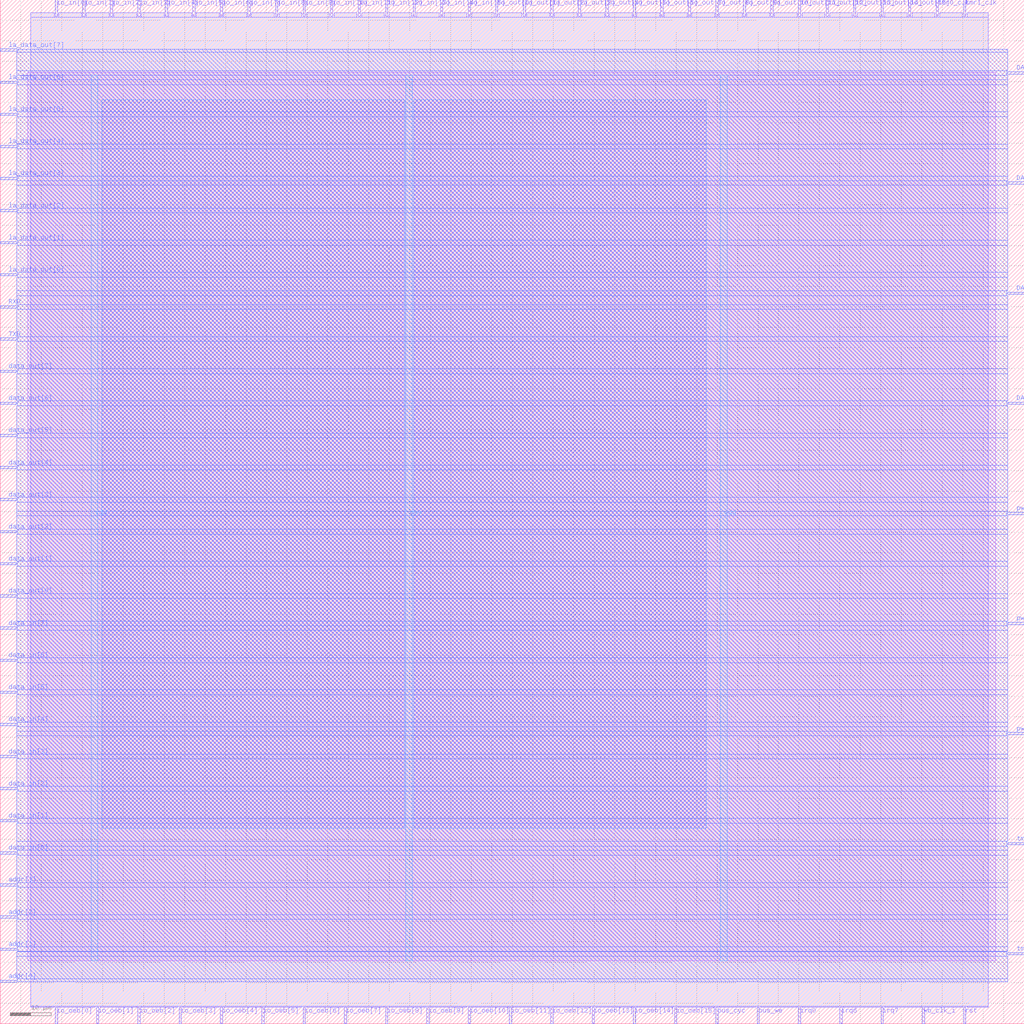
<source format=lef>
VERSION 5.7 ;
  NOWIREEXTENSIONATPIN ON ;
  DIVIDERCHAR "/" ;
  BUSBITCHARS "[]" ;
MACRO gpios
  CLASS BLOCK ;
  FOREIGN gpios ;
  ORIGIN 0.000 0.000 ;
  SIZE 250.000 BY 250.000 ;
  PIN DAC_clk
    DIRECTION INPUT ;
    USE SIGNAL ;
    ANTENNAGATEAREA 0.741000 ;
    ANTENNADIFFAREA 0.410400 ;
    PORT
      LAYER Metal3 ;
        RECT 246.000 151.200 250.000 151.760 ;
    END
  END DAC_clk
  PIN DAC_d1
    DIRECTION INPUT ;
    USE SIGNAL ;
    ANTENNAGATEAREA 0.741000 ;
    ANTENNADIFFAREA 0.410400 ;
    PORT
      LAYER Metal3 ;
        RECT 246.000 178.080 250.000 178.640 ;
    END
  END DAC_d1
  PIN DAC_d2
    DIRECTION INPUT ;
    USE SIGNAL ;
    ANTENNAGATEAREA 0.741000 ;
    ANTENNADIFFAREA 0.410400 ;
    PORT
      LAYER Metal3 ;
        RECT 246.000 204.960 250.000 205.520 ;
    END
  END DAC_d2
  PIN DAC_le
    DIRECTION INPUT ;
    USE SIGNAL ;
    ANTENNAGATEAREA 0.741000 ;
    ANTENNADIFFAREA 0.410400 ;
    PORT
      LAYER Metal3 ;
        RECT 246.000 231.840 250.000 232.400 ;
    END
  END DAC_le
  PIN RXD
    DIRECTION OUTPUT TRISTATE ;
    USE SIGNAL ;
    ANTENNADIFFAREA 4.731200 ;
    PORT
      LAYER Metal3 ;
        RECT 0.000 174.720 4.000 175.280 ;
    END
  END RXD
  PIN TXD
    DIRECTION INPUT ;
    USE SIGNAL ;
    ANTENNAGATEAREA 0.741000 ;
    ANTENNADIFFAREA 0.410400 ;
    PORT
      LAYER Metal3 ;
        RECT 0.000 166.880 4.000 167.440 ;
    END
  END TXD
  PIN addr[0]
    DIRECTION INPUT ;
    USE SIGNAL ;
    ANTENNAGATEAREA 0.498500 ;
    ANTENNADIFFAREA 0.410400 ;
    PORT
      LAYER Metal3 ;
        RECT 0.000 10.080 4.000 10.640 ;
    END
  END addr[0]
  PIN addr[1]
    DIRECTION INPUT ;
    USE SIGNAL ;
    ANTENNAGATEAREA 0.498500 ;
    ANTENNADIFFAREA 0.410400 ;
    PORT
      LAYER Metal3 ;
        RECT 0.000 17.920 4.000 18.480 ;
    END
  END addr[1]
  PIN addr[2]
    DIRECTION INPUT ;
    USE SIGNAL ;
    ANTENNAGATEAREA 0.726000 ;
    ANTENNADIFFAREA 0.410400 ;
    PORT
      LAYER Metal3 ;
        RECT 0.000 25.760 4.000 26.320 ;
    END
  END addr[2]
  PIN addr[3]
    DIRECTION INPUT ;
    USE SIGNAL ;
    ANTENNAGATEAREA 0.498500 ;
    ANTENNADIFFAREA 0.410400 ;
    PORT
      LAYER Metal3 ;
        RECT 0.000 33.600 4.000 34.160 ;
    END
  END addr[3]
  PIN bus_cyc
    DIRECTION INPUT ;
    USE SIGNAL ;
    ANTENNAGATEAREA 0.741000 ;
    ANTENNADIFFAREA 0.410400 ;
    PORT
      LAYER Metal2 ;
        RECT 174.720 0.000 175.280 4.000 ;
    END
  END bus_cyc
  PIN bus_we
    DIRECTION INPUT ;
    USE SIGNAL ;
    ANTENNAGATEAREA 0.498500 ;
    ANTENNADIFFAREA 0.410400 ;
    PORT
      LAYER Metal2 ;
        RECT 184.800 0.000 185.360 4.000 ;
    END
  END bus_we
  PIN data_in[0]
    DIRECTION INPUT ;
    USE SIGNAL ;
    ANTENNAGATEAREA 0.741000 ;
    ANTENNADIFFAREA 0.410400 ;
    PORT
      LAYER Metal3 ;
        RECT 0.000 41.440 4.000 42.000 ;
    END
  END data_in[0]
  PIN data_in[1]
    DIRECTION INPUT ;
    USE SIGNAL ;
    ANTENNAGATEAREA 1.102000 ;
    ANTENNADIFFAREA 0.410400 ;
    PORT
      LAYER Metal3 ;
        RECT 0.000 49.280 4.000 49.840 ;
    END
  END data_in[1]
  PIN data_in[2]
    DIRECTION INPUT ;
    USE SIGNAL ;
    ANTENNAGATEAREA 0.726000 ;
    ANTENNADIFFAREA 0.410400 ;
    PORT
      LAYER Metal3 ;
        RECT 0.000 57.120 4.000 57.680 ;
    END
  END data_in[2]
  PIN data_in[3]
    DIRECTION INPUT ;
    USE SIGNAL ;
    ANTENNAGATEAREA 0.726000 ;
    ANTENNADIFFAREA 0.410400 ;
    PORT
      LAYER Metal3 ;
        RECT 0.000 64.960 4.000 65.520 ;
    END
  END data_in[3]
  PIN data_in[4]
    DIRECTION INPUT ;
    USE SIGNAL ;
    ANTENNAGATEAREA 0.726000 ;
    ANTENNADIFFAREA 0.410400 ;
    PORT
      LAYER Metal3 ;
        RECT 0.000 72.800 4.000 73.360 ;
    END
  END data_in[4]
  PIN data_in[5]
    DIRECTION INPUT ;
    USE SIGNAL ;
    ANTENNAGATEAREA 0.726000 ;
    ANTENNADIFFAREA 0.410400 ;
    PORT
      LAYER Metal3 ;
        RECT 0.000 80.640 4.000 81.200 ;
    END
  END data_in[5]
  PIN data_in[6]
    DIRECTION INPUT ;
    USE SIGNAL ;
    ANTENNAGATEAREA 0.741000 ;
    ANTENNADIFFAREA 0.410400 ;
    PORT
      LAYER Metal3 ;
        RECT 0.000 88.480 4.000 89.040 ;
    END
  END data_in[6]
  PIN data_in[7]
    DIRECTION INPUT ;
    USE SIGNAL ;
    ANTENNAGATEAREA 0.741000 ;
    ANTENNADIFFAREA 0.410400 ;
    PORT
      LAYER Metal3 ;
        RECT 0.000 96.320 4.000 96.880 ;
    END
  END data_in[7]
  PIN data_out[0]
    DIRECTION OUTPUT TRISTATE ;
    USE SIGNAL ;
    ANTENNADIFFAREA 4.731200 ;
    PORT
      LAYER Metal3 ;
        RECT 0.000 104.160 4.000 104.720 ;
    END
  END data_out[0]
  PIN data_out[1]
    DIRECTION OUTPUT TRISTATE ;
    USE SIGNAL ;
    ANTENNADIFFAREA 4.731200 ;
    PORT
      LAYER Metal3 ;
        RECT 0.000 112.000 4.000 112.560 ;
    END
  END data_out[1]
  PIN data_out[2]
    DIRECTION OUTPUT TRISTATE ;
    USE SIGNAL ;
    ANTENNADIFFAREA 4.731200 ;
    PORT
      LAYER Metal3 ;
        RECT 0.000 119.840 4.000 120.400 ;
    END
  END data_out[2]
  PIN data_out[3]
    DIRECTION OUTPUT TRISTATE ;
    USE SIGNAL ;
    ANTENNADIFFAREA 4.731200 ;
    PORT
      LAYER Metal3 ;
        RECT 0.000 127.680 4.000 128.240 ;
    END
  END data_out[3]
  PIN data_out[4]
    DIRECTION OUTPUT TRISTATE ;
    USE SIGNAL ;
    ANTENNADIFFAREA 4.731200 ;
    PORT
      LAYER Metal3 ;
        RECT 0.000 135.520 4.000 136.080 ;
    END
  END data_out[4]
  PIN data_out[5]
    DIRECTION OUTPUT TRISTATE ;
    USE SIGNAL ;
    ANTENNADIFFAREA 4.731200 ;
    PORT
      LAYER Metal3 ;
        RECT 0.000 143.360 4.000 143.920 ;
    END
  END data_out[5]
  PIN data_out[6]
    DIRECTION OUTPUT TRISTATE ;
    USE SIGNAL ;
    ANTENNADIFFAREA 4.731200 ;
    PORT
      LAYER Metal3 ;
        RECT 0.000 151.200 4.000 151.760 ;
    END
  END data_out[6]
  PIN data_out[7]
    DIRECTION OUTPUT TRISTATE ;
    USE SIGNAL ;
    ANTENNADIFFAREA 4.731200 ;
    PORT
      LAYER Metal3 ;
        RECT 0.000 159.040 4.000 159.600 ;
    END
  END data_out[7]
  PIN io_in[0]
    DIRECTION INPUT ;
    USE SIGNAL ;
    ANTENNAGATEAREA 0.726000 ;
    ANTENNADIFFAREA 0.410400 ;
    PORT
      LAYER Metal2 ;
        RECT 13.440 246.000 14.000 250.000 ;
    END
  END io_in[0]
  PIN io_in[10]
    DIRECTION INPUT ;
    USE SIGNAL ;
    ANTENNAGATEAREA 0.498500 ;
    ANTENNADIFFAREA 0.410400 ;
    PORT
      LAYER Metal2 ;
        RECT 80.640 246.000 81.200 250.000 ;
    END
  END io_in[10]
  PIN io_in[11]
    DIRECTION INPUT ;
    USE SIGNAL ;
    ANTENNAGATEAREA 0.741000 ;
    ANTENNADIFFAREA 0.410400 ;
    PORT
      LAYER Metal2 ;
        RECT 87.360 246.000 87.920 250.000 ;
    END
  END io_in[11]
  PIN io_in[12]
    DIRECTION INPUT ;
    USE SIGNAL ;
    ANTENNAGATEAREA 0.741000 ;
    ANTENNADIFFAREA 0.410400 ;
    PORT
      LAYER Metal2 ;
        RECT 94.080 246.000 94.640 250.000 ;
    END
  END io_in[12]
  PIN io_in[13]
    DIRECTION INPUT ;
    USE SIGNAL ;
    ANTENNAGATEAREA 0.741000 ;
    ANTENNADIFFAREA 0.410400 ;
    PORT
      LAYER Metal2 ;
        RECT 100.800 246.000 101.360 250.000 ;
    END
  END io_in[13]
  PIN io_in[14]
    DIRECTION INPUT ;
    USE SIGNAL ;
    ANTENNAGATEAREA 0.741000 ;
    ANTENNADIFFAREA 0.410400 ;
    PORT
      LAYER Metal2 ;
        RECT 107.520 246.000 108.080 250.000 ;
    END
  END io_in[14]
  PIN io_in[15]
    DIRECTION INPUT ;
    USE SIGNAL ;
    ANTENNAGATEAREA 0.741000 ;
    ANTENNADIFFAREA 0.410400 ;
    PORT
      LAYER Metal2 ;
        RECT 114.240 246.000 114.800 250.000 ;
    END
  END io_in[15]
  PIN io_in[1]
    DIRECTION INPUT ;
    USE SIGNAL ;
    ANTENNAGATEAREA 0.741000 ;
    ANTENNADIFFAREA 0.410400 ;
    PORT
      LAYER Metal2 ;
        RECT 20.160 246.000 20.720 250.000 ;
    END
  END io_in[1]
  PIN io_in[2]
    DIRECTION INPUT ;
    USE SIGNAL ;
    ANTENNAGATEAREA 0.741000 ;
    ANTENNADIFFAREA 0.410400 ;
    PORT
      LAYER Metal2 ;
        RECT 26.880 246.000 27.440 250.000 ;
    END
  END io_in[2]
  PIN io_in[3]
    DIRECTION INPUT ;
    USE SIGNAL ;
    ANTENNAGATEAREA 0.741000 ;
    ANTENNADIFFAREA 0.410400 ;
    PORT
      LAYER Metal2 ;
        RECT 33.600 246.000 34.160 250.000 ;
    END
  END io_in[3]
  PIN io_in[4]
    DIRECTION INPUT ;
    USE SIGNAL ;
    ANTENNAGATEAREA 0.741000 ;
    ANTENNADIFFAREA 0.410400 ;
    PORT
      LAYER Metal2 ;
        RECT 40.320 246.000 40.880 250.000 ;
    END
  END io_in[4]
  PIN io_in[5]
    DIRECTION INPUT ;
    USE SIGNAL ;
    ANTENNAGATEAREA 0.741000 ;
    ANTENNADIFFAREA 0.410400 ;
    PORT
      LAYER Metal2 ;
        RECT 47.040 246.000 47.600 250.000 ;
    END
  END io_in[5]
  PIN io_in[6]
    DIRECTION INPUT ;
    USE SIGNAL ;
    ANTENNAGATEAREA 0.741000 ;
    ANTENNADIFFAREA 0.410400 ;
    PORT
      LAYER Metal2 ;
        RECT 53.760 246.000 54.320 250.000 ;
    END
  END io_in[6]
  PIN io_in[7]
    DIRECTION INPUT ;
    USE SIGNAL ;
    ANTENNAGATEAREA 0.498500 ;
    ANTENNADIFFAREA 0.410400 ;
    PORT
      LAYER Metal2 ;
        RECT 60.480 246.000 61.040 250.000 ;
    END
  END io_in[7]
  PIN io_in[8]
    DIRECTION INPUT ;
    USE SIGNAL ;
    ANTENNAGATEAREA 0.498500 ;
    ANTENNADIFFAREA 0.410400 ;
    PORT
      LAYER Metal2 ;
        RECT 67.200 246.000 67.760 250.000 ;
    END
  END io_in[8]
  PIN io_in[9]
    DIRECTION INPUT ;
    USE SIGNAL ;
    ANTENNAGATEAREA 0.741000 ;
    ANTENNADIFFAREA 0.410400 ;
    PORT
      LAYER Metal2 ;
        RECT 73.920 246.000 74.480 250.000 ;
    END
  END io_in[9]
  PIN io_oeb[0]
    DIRECTION OUTPUT TRISTATE ;
    USE SIGNAL ;
    ANTENNADIFFAREA 4.731200 ;
    PORT
      LAYER Metal2 ;
        RECT 13.440 0.000 14.000 4.000 ;
    END
  END io_oeb[0]
  PIN io_oeb[10]
    DIRECTION OUTPUT TRISTATE ;
    USE SIGNAL ;
    ANTENNADIFFAREA 4.731200 ;
    PORT
      LAYER Metal2 ;
        RECT 114.240 0.000 114.800 4.000 ;
    END
  END io_oeb[10]
  PIN io_oeb[11]
    DIRECTION OUTPUT TRISTATE ;
    USE SIGNAL ;
    ANTENNADIFFAREA 4.731200 ;
    PORT
      LAYER Metal2 ;
        RECT 124.320 0.000 124.880 4.000 ;
    END
  END io_oeb[11]
  PIN io_oeb[12]
    DIRECTION OUTPUT TRISTATE ;
    USE SIGNAL ;
    ANTENNADIFFAREA 4.731200 ;
    PORT
      LAYER Metal2 ;
        RECT 134.400 0.000 134.960 4.000 ;
    END
  END io_oeb[12]
  PIN io_oeb[13]
    DIRECTION OUTPUT TRISTATE ;
    USE SIGNAL ;
    ANTENNADIFFAREA 4.731200 ;
    PORT
      LAYER Metal2 ;
        RECT 144.480 0.000 145.040 4.000 ;
    END
  END io_oeb[13]
  PIN io_oeb[14]
    DIRECTION OUTPUT TRISTATE ;
    USE SIGNAL ;
    ANTENNADIFFAREA 4.731200 ;
    PORT
      LAYER Metal2 ;
        RECT 154.560 0.000 155.120 4.000 ;
    END
  END io_oeb[14]
  PIN io_oeb[15]
    DIRECTION OUTPUT TRISTATE ;
    USE SIGNAL ;
    ANTENNADIFFAREA 4.731200 ;
    PORT
      LAYER Metal2 ;
        RECT 164.640 0.000 165.200 4.000 ;
    END
  END io_oeb[15]
  PIN io_oeb[1]
    DIRECTION OUTPUT TRISTATE ;
    USE SIGNAL ;
    ANTENNADIFFAREA 4.731200 ;
    PORT
      LAYER Metal2 ;
        RECT 23.520 0.000 24.080 4.000 ;
    END
  END io_oeb[1]
  PIN io_oeb[2]
    DIRECTION OUTPUT TRISTATE ;
    USE SIGNAL ;
    ANTENNADIFFAREA 4.731200 ;
    PORT
      LAYER Metal2 ;
        RECT 33.600 0.000 34.160 4.000 ;
    END
  END io_oeb[2]
  PIN io_oeb[3]
    DIRECTION OUTPUT TRISTATE ;
    USE SIGNAL ;
    ANTENNADIFFAREA 4.731200 ;
    PORT
      LAYER Metal2 ;
        RECT 43.680 0.000 44.240 4.000 ;
    END
  END io_oeb[3]
  PIN io_oeb[4]
    DIRECTION OUTPUT TRISTATE ;
    USE SIGNAL ;
    ANTENNADIFFAREA 4.731200 ;
    PORT
      LAYER Metal2 ;
        RECT 53.760 0.000 54.320 4.000 ;
    END
  END io_oeb[4]
  PIN io_oeb[5]
    DIRECTION OUTPUT TRISTATE ;
    USE SIGNAL ;
    ANTENNADIFFAREA 4.731200 ;
    PORT
      LAYER Metal2 ;
        RECT 63.840 0.000 64.400 4.000 ;
    END
  END io_oeb[5]
  PIN io_oeb[6]
    DIRECTION OUTPUT TRISTATE ;
    USE SIGNAL ;
    ANTENNADIFFAREA 4.731200 ;
    PORT
      LAYER Metal2 ;
        RECT 73.920 0.000 74.480 4.000 ;
    END
  END io_oeb[6]
  PIN io_oeb[7]
    DIRECTION OUTPUT TRISTATE ;
    USE SIGNAL ;
    ANTENNADIFFAREA 4.731200 ;
    PORT
      LAYER Metal2 ;
        RECT 84.000 0.000 84.560 4.000 ;
    END
  END io_oeb[7]
  PIN io_oeb[8]
    DIRECTION OUTPUT TRISTATE ;
    USE SIGNAL ;
    ANTENNADIFFAREA 4.731200 ;
    PORT
      LAYER Metal2 ;
        RECT 94.080 0.000 94.640 4.000 ;
    END
  END io_oeb[8]
  PIN io_oeb[9]
    DIRECTION OUTPUT TRISTATE ;
    USE SIGNAL ;
    ANTENNADIFFAREA 4.731200 ;
    PORT
      LAYER Metal2 ;
        RECT 104.160 0.000 104.720 4.000 ;
    END
  END io_oeb[9]
  PIN io_out[0]
    DIRECTION OUTPUT TRISTATE ;
    USE SIGNAL ;
    ANTENNADIFFAREA 4.731200 ;
    PORT
      LAYER Metal2 ;
        RECT 120.960 246.000 121.520 250.000 ;
    END
  END io_out[0]
  PIN io_out[10]
    DIRECTION OUTPUT TRISTATE ;
    USE SIGNAL ;
    ANTENNADIFFAREA 4.731200 ;
    PORT
      LAYER Metal2 ;
        RECT 188.160 246.000 188.720 250.000 ;
    END
  END io_out[10]
  PIN io_out[11]
    DIRECTION OUTPUT TRISTATE ;
    USE SIGNAL ;
    ANTENNADIFFAREA 4.731200 ;
    PORT
      LAYER Metal2 ;
        RECT 194.880 246.000 195.440 250.000 ;
    END
  END io_out[11]
  PIN io_out[12]
    DIRECTION OUTPUT TRISTATE ;
    USE SIGNAL ;
    ANTENNADIFFAREA 4.731200 ;
    PORT
      LAYER Metal2 ;
        RECT 201.600 246.000 202.160 250.000 ;
    END
  END io_out[12]
  PIN io_out[13]
    DIRECTION OUTPUT TRISTATE ;
    USE SIGNAL ;
    ANTENNADIFFAREA 4.731200 ;
    PORT
      LAYER Metal2 ;
        RECT 208.320 246.000 208.880 250.000 ;
    END
  END io_out[13]
  PIN io_out[14]
    DIRECTION OUTPUT TRISTATE ;
    USE SIGNAL ;
    ANTENNADIFFAREA 4.731200 ;
    PORT
      LAYER Metal2 ;
        RECT 215.040 246.000 215.600 250.000 ;
    END
  END io_out[14]
  PIN io_out[15]
    DIRECTION OUTPUT TRISTATE ;
    USE SIGNAL ;
    ANTENNADIFFAREA 4.731200 ;
    PORT
      LAYER Metal2 ;
        RECT 221.760 246.000 222.320 250.000 ;
    END
  END io_out[15]
  PIN io_out[1]
    DIRECTION OUTPUT TRISTATE ;
    USE SIGNAL ;
    ANTENNADIFFAREA 4.731200 ;
    PORT
      LAYER Metal2 ;
        RECT 127.680 246.000 128.240 250.000 ;
    END
  END io_out[1]
  PIN io_out[2]
    DIRECTION OUTPUT TRISTATE ;
    USE SIGNAL ;
    ANTENNADIFFAREA 4.731200 ;
    PORT
      LAYER Metal2 ;
        RECT 134.400 246.000 134.960 250.000 ;
    END
  END io_out[2]
  PIN io_out[3]
    DIRECTION OUTPUT TRISTATE ;
    USE SIGNAL ;
    ANTENNADIFFAREA 4.731200 ;
    PORT
      LAYER Metal2 ;
        RECT 141.120 246.000 141.680 250.000 ;
    END
  END io_out[3]
  PIN io_out[4]
    DIRECTION OUTPUT TRISTATE ;
    USE SIGNAL ;
    ANTENNADIFFAREA 4.731200 ;
    PORT
      LAYER Metal2 ;
        RECT 147.840 246.000 148.400 250.000 ;
    END
  END io_out[4]
  PIN io_out[5]
    DIRECTION OUTPUT TRISTATE ;
    USE SIGNAL ;
    ANTENNADIFFAREA 4.731200 ;
    PORT
      LAYER Metal2 ;
        RECT 154.560 246.000 155.120 250.000 ;
    END
  END io_out[5]
  PIN io_out[6]
    DIRECTION OUTPUT TRISTATE ;
    USE SIGNAL ;
    ANTENNADIFFAREA 4.731200 ;
    PORT
      LAYER Metal2 ;
        RECT 161.280 246.000 161.840 250.000 ;
    END
  END io_out[6]
  PIN io_out[7]
    DIRECTION OUTPUT TRISTATE ;
    USE SIGNAL ;
    ANTENNADIFFAREA 4.731200 ;
    PORT
      LAYER Metal2 ;
        RECT 168.000 246.000 168.560 250.000 ;
    END
  END io_out[7]
  PIN io_out[8]
    DIRECTION OUTPUT TRISTATE ;
    USE SIGNAL ;
    ANTENNADIFFAREA 4.731200 ;
    PORT
      LAYER Metal2 ;
        RECT 174.720 246.000 175.280 250.000 ;
    END
  END io_out[8]
  PIN io_out[9]
    DIRECTION OUTPUT TRISTATE ;
    USE SIGNAL ;
    ANTENNADIFFAREA 4.731200 ;
    PORT
      LAYER Metal2 ;
        RECT 181.440 246.000 182.000 250.000 ;
    END
  END io_out[9]
  PIN irq0
    DIRECTION OUTPUT TRISTATE ;
    USE SIGNAL ;
    ANTENNADIFFAREA 4.731200 ;
    PORT
      LAYER Metal2 ;
        RECT 194.880 0.000 195.440 4.000 ;
    END
  END irq0
  PIN irq6
    DIRECTION OUTPUT TRISTATE ;
    USE SIGNAL ;
    ANTENNADIFFAREA 4.731200 ;
    PORT
      LAYER Metal2 ;
        RECT 204.960 0.000 205.520 4.000 ;
    END
  END irq6
  PIN irq7
    DIRECTION OUTPUT TRISTATE ;
    USE SIGNAL ;
    ANTENNADIFFAREA 4.731200 ;
    PORT
      LAYER Metal2 ;
        RECT 215.040 0.000 215.600 4.000 ;
    END
  END irq7
  PIN la_data_out[0]
    DIRECTION OUTPUT TRISTATE ;
    USE SIGNAL ;
    ANTENNADIFFAREA 4.731200 ;
    PORT
      LAYER Metal3 ;
        RECT 0.000 182.560 4.000 183.120 ;
    END
  END la_data_out[0]
  PIN la_data_out[1]
    DIRECTION OUTPUT TRISTATE ;
    USE SIGNAL ;
    ANTENNADIFFAREA 4.731200 ;
    PORT
      LAYER Metal3 ;
        RECT 0.000 190.400 4.000 190.960 ;
    END
  END la_data_out[1]
  PIN la_data_out[2]
    DIRECTION OUTPUT TRISTATE ;
    USE SIGNAL ;
    ANTENNADIFFAREA 4.731200 ;
    PORT
      LAYER Metal3 ;
        RECT 0.000 198.240 4.000 198.800 ;
    END
  END la_data_out[2]
  PIN la_data_out[3]
    DIRECTION OUTPUT TRISTATE ;
    USE SIGNAL ;
    ANTENNADIFFAREA 4.731200 ;
    PORT
      LAYER Metal3 ;
        RECT 0.000 206.080 4.000 206.640 ;
    END
  END la_data_out[3]
  PIN la_data_out[4]
    DIRECTION OUTPUT TRISTATE ;
    USE SIGNAL ;
    ANTENNADIFFAREA 4.731200 ;
    PORT
      LAYER Metal3 ;
        RECT 0.000 213.920 4.000 214.480 ;
    END
  END la_data_out[4]
  PIN la_data_out[5]
    DIRECTION OUTPUT TRISTATE ;
    USE SIGNAL ;
    ANTENNADIFFAREA 4.731200 ;
    PORT
      LAYER Metal3 ;
        RECT 0.000 221.760 4.000 222.320 ;
    END
  END la_data_out[5]
  PIN la_data_out[6]
    DIRECTION OUTPUT TRISTATE ;
    USE SIGNAL ;
    ANTENNADIFFAREA 4.731200 ;
    PORT
      LAYER Metal3 ;
        RECT 0.000 229.600 4.000 230.160 ;
    END
  END la_data_out[6]
  PIN la_data_out[7]
    DIRECTION OUTPUT TRISTATE ;
    USE SIGNAL ;
    ANTENNADIFFAREA 4.731200 ;
    PORT
      LAYER Metal3 ;
        RECT 0.000 237.440 4.000 238.000 ;
    END
  END la_data_out[7]
  PIN pwm0
    DIRECTION INPUT ;
    USE SIGNAL ;
    ANTENNAGATEAREA 0.741000 ;
    ANTENNADIFFAREA 0.410400 ;
    PORT
      LAYER Metal3 ;
        RECT 246.000 70.560 250.000 71.120 ;
    END
  END pwm0
  PIN pwm1
    DIRECTION INPUT ;
    USE SIGNAL ;
    ANTENNAGATEAREA 0.741000 ;
    ANTENNADIFFAREA 0.410400 ;
    PORT
      LAYER Metal3 ;
        RECT 246.000 97.440 250.000 98.000 ;
    END
  END pwm1
  PIN pwm2
    DIRECTION INPUT ;
    USE SIGNAL ;
    ANTENNAGATEAREA 0.741000 ;
    ANTENNADIFFAREA 0.410400 ;
    PORT
      LAYER Metal3 ;
        RECT 246.000 124.320 250.000 124.880 ;
    END
  END pwm2
  PIN rst
    DIRECTION INPUT ;
    USE SIGNAL ;
    ANTENNAGATEAREA 1.102000 ;
    ANTENNADIFFAREA 0.410400 ;
    PORT
      LAYER Metal2 ;
        RECT 235.200 0.000 235.760 4.000 ;
    END
  END rst
  PIN tmr0_clk
    DIRECTION OUTPUT TRISTATE ;
    USE SIGNAL ;
    ANTENNADIFFAREA 4.731200 ;
    PORT
      LAYER Metal2 ;
        RECT 228.480 246.000 229.040 250.000 ;
    END
  END tmr0_clk
  PIN tmr0_o
    DIRECTION INPUT ;
    USE SIGNAL ;
    ANTENNAGATEAREA 0.498500 ;
    ANTENNADIFFAREA 0.410400 ;
    PORT
      LAYER Metal3 ;
        RECT 246.000 16.800 250.000 17.360 ;
    END
  END tmr0_o
  PIN tmr1_clk
    DIRECTION OUTPUT TRISTATE ;
    USE SIGNAL ;
    ANTENNADIFFAREA 4.731200 ;
    PORT
      LAYER Metal2 ;
        RECT 235.200 246.000 235.760 250.000 ;
    END
  END tmr1_clk
  PIN tmr1_o
    DIRECTION INPUT ;
    USE SIGNAL ;
    ANTENNAGATEAREA 0.498500 ;
    ANTENNADIFFAREA 0.410400 ;
    PORT
      LAYER Metal3 ;
        RECT 246.000 43.680 250.000 44.240 ;
    END
  END tmr1_o
  PIN vdd
    DIRECTION INOUT ;
    USE POWER ;
    PORT
      LAYER Metal4 ;
        RECT 22.240 15.380 23.840 231.580 ;
    END
    PORT
      LAYER Metal4 ;
        RECT 175.840 15.380 177.440 231.580 ;
    END
  END vdd
  PIN vss
    DIRECTION INOUT ;
    USE GROUND ;
    PORT
      LAYER Metal4 ;
        RECT 99.040 15.380 100.640 231.580 ;
    END
  END vss
  PIN wb_clk_i
    DIRECTION INPUT ;
    USE SIGNAL ;
    ANTENNAGATEAREA 4.738000 ;
    ANTENNADIFFAREA 0.410400 ;
    PORT
      LAYER Metal2 ;
        RECT 225.120 0.000 225.680 4.000 ;
    END
  END wb_clk_i
  OBS
      LAYER Metal1 ;
        RECT 6.720 15.380 243.040 232.250 ;
      LAYER Metal2 ;
        RECT 7.420 245.700 13.140 246.820 ;
        RECT 14.300 245.700 19.860 246.820 ;
        RECT 21.020 245.700 26.580 246.820 ;
        RECT 27.740 245.700 33.300 246.820 ;
        RECT 34.460 245.700 40.020 246.820 ;
        RECT 41.180 245.700 46.740 246.820 ;
        RECT 47.900 245.700 53.460 246.820 ;
        RECT 54.620 245.700 60.180 246.820 ;
        RECT 61.340 245.700 66.900 246.820 ;
        RECT 68.060 245.700 73.620 246.820 ;
        RECT 74.780 245.700 80.340 246.820 ;
        RECT 81.500 245.700 87.060 246.820 ;
        RECT 88.220 245.700 93.780 246.820 ;
        RECT 94.940 245.700 100.500 246.820 ;
        RECT 101.660 245.700 107.220 246.820 ;
        RECT 108.380 245.700 113.940 246.820 ;
        RECT 115.100 245.700 120.660 246.820 ;
        RECT 121.820 245.700 127.380 246.820 ;
        RECT 128.540 245.700 134.100 246.820 ;
        RECT 135.260 245.700 140.820 246.820 ;
        RECT 141.980 245.700 147.540 246.820 ;
        RECT 148.700 245.700 154.260 246.820 ;
        RECT 155.420 245.700 160.980 246.820 ;
        RECT 162.140 245.700 167.700 246.820 ;
        RECT 168.860 245.700 174.420 246.820 ;
        RECT 175.580 245.700 181.140 246.820 ;
        RECT 182.300 245.700 187.860 246.820 ;
        RECT 189.020 245.700 194.580 246.820 ;
        RECT 195.740 245.700 201.300 246.820 ;
        RECT 202.460 245.700 208.020 246.820 ;
        RECT 209.180 245.700 214.740 246.820 ;
        RECT 215.900 245.700 221.460 246.820 ;
        RECT 222.620 245.700 228.180 246.820 ;
        RECT 229.340 245.700 234.900 246.820 ;
        RECT 236.060 245.700 241.220 246.820 ;
        RECT 7.420 4.300 241.220 245.700 ;
        RECT 7.420 4.000 13.140 4.300 ;
        RECT 14.300 4.000 23.220 4.300 ;
        RECT 24.380 4.000 33.300 4.300 ;
        RECT 34.460 4.000 43.380 4.300 ;
        RECT 44.540 4.000 53.460 4.300 ;
        RECT 54.620 4.000 63.540 4.300 ;
        RECT 64.700 4.000 73.620 4.300 ;
        RECT 74.780 4.000 83.700 4.300 ;
        RECT 84.860 4.000 93.780 4.300 ;
        RECT 94.940 4.000 103.860 4.300 ;
        RECT 105.020 4.000 113.940 4.300 ;
        RECT 115.100 4.000 124.020 4.300 ;
        RECT 125.180 4.000 134.100 4.300 ;
        RECT 135.260 4.000 144.180 4.300 ;
        RECT 145.340 4.000 154.260 4.300 ;
        RECT 155.420 4.000 164.340 4.300 ;
        RECT 165.500 4.000 174.420 4.300 ;
        RECT 175.580 4.000 184.500 4.300 ;
        RECT 185.660 4.000 194.580 4.300 ;
        RECT 195.740 4.000 204.660 4.300 ;
        RECT 205.820 4.000 214.740 4.300 ;
        RECT 215.900 4.000 224.820 4.300 ;
        RECT 225.980 4.000 234.900 4.300 ;
        RECT 236.060 4.000 241.220 4.300 ;
      LAYER Metal3 ;
        RECT 4.300 237.140 246.000 237.860 ;
        RECT 4.000 232.700 246.000 237.140 ;
        RECT 4.000 231.540 245.700 232.700 ;
        RECT 4.000 230.460 246.000 231.540 ;
        RECT 4.300 229.300 246.000 230.460 ;
        RECT 4.000 222.620 246.000 229.300 ;
        RECT 4.300 221.460 246.000 222.620 ;
        RECT 4.000 214.780 246.000 221.460 ;
        RECT 4.300 213.620 246.000 214.780 ;
        RECT 4.000 206.940 246.000 213.620 ;
        RECT 4.300 205.820 246.000 206.940 ;
        RECT 4.300 205.780 245.700 205.820 ;
        RECT 4.000 204.660 245.700 205.780 ;
        RECT 4.000 199.100 246.000 204.660 ;
        RECT 4.300 197.940 246.000 199.100 ;
        RECT 4.000 191.260 246.000 197.940 ;
        RECT 4.300 190.100 246.000 191.260 ;
        RECT 4.000 183.420 246.000 190.100 ;
        RECT 4.300 182.260 246.000 183.420 ;
        RECT 4.000 178.940 246.000 182.260 ;
        RECT 4.000 177.780 245.700 178.940 ;
        RECT 4.000 175.580 246.000 177.780 ;
        RECT 4.300 174.420 246.000 175.580 ;
        RECT 4.000 167.740 246.000 174.420 ;
        RECT 4.300 166.580 246.000 167.740 ;
        RECT 4.000 159.900 246.000 166.580 ;
        RECT 4.300 158.740 246.000 159.900 ;
        RECT 4.000 152.060 246.000 158.740 ;
        RECT 4.300 150.900 245.700 152.060 ;
        RECT 4.000 144.220 246.000 150.900 ;
        RECT 4.300 143.060 246.000 144.220 ;
        RECT 4.000 136.380 246.000 143.060 ;
        RECT 4.300 135.220 246.000 136.380 ;
        RECT 4.000 128.540 246.000 135.220 ;
        RECT 4.300 127.380 246.000 128.540 ;
        RECT 4.000 125.180 246.000 127.380 ;
        RECT 4.000 124.020 245.700 125.180 ;
        RECT 4.000 120.700 246.000 124.020 ;
        RECT 4.300 119.540 246.000 120.700 ;
        RECT 4.000 112.860 246.000 119.540 ;
        RECT 4.300 111.700 246.000 112.860 ;
        RECT 4.000 105.020 246.000 111.700 ;
        RECT 4.300 103.860 246.000 105.020 ;
        RECT 4.000 98.300 246.000 103.860 ;
        RECT 4.000 97.180 245.700 98.300 ;
        RECT 4.300 97.140 245.700 97.180 ;
        RECT 4.300 96.020 246.000 97.140 ;
        RECT 4.000 89.340 246.000 96.020 ;
        RECT 4.300 88.180 246.000 89.340 ;
        RECT 4.000 81.500 246.000 88.180 ;
        RECT 4.300 80.340 246.000 81.500 ;
        RECT 4.000 73.660 246.000 80.340 ;
        RECT 4.300 72.500 246.000 73.660 ;
        RECT 4.000 71.420 246.000 72.500 ;
        RECT 4.000 70.260 245.700 71.420 ;
        RECT 4.000 65.820 246.000 70.260 ;
        RECT 4.300 64.660 246.000 65.820 ;
        RECT 4.000 57.980 246.000 64.660 ;
        RECT 4.300 56.820 246.000 57.980 ;
        RECT 4.000 50.140 246.000 56.820 ;
        RECT 4.300 48.980 246.000 50.140 ;
        RECT 4.000 44.540 246.000 48.980 ;
        RECT 4.000 43.380 245.700 44.540 ;
        RECT 4.000 42.300 246.000 43.380 ;
        RECT 4.300 41.140 246.000 42.300 ;
        RECT 4.000 34.460 246.000 41.140 ;
        RECT 4.300 33.300 246.000 34.460 ;
        RECT 4.000 26.620 246.000 33.300 ;
        RECT 4.300 25.460 246.000 26.620 ;
        RECT 4.000 18.780 246.000 25.460 ;
        RECT 4.300 17.660 246.000 18.780 ;
        RECT 4.300 17.620 245.700 17.660 ;
        RECT 4.000 16.500 245.700 17.620 ;
        RECT 4.000 10.940 246.000 16.500 ;
        RECT 4.300 10.220 246.000 10.940 ;
      LAYER Metal4 ;
        RECT 24.780 47.690 98.740 225.590 ;
        RECT 100.940 47.690 172.340 225.590 ;
  END
END gpios
END LIBRARY


</source>
